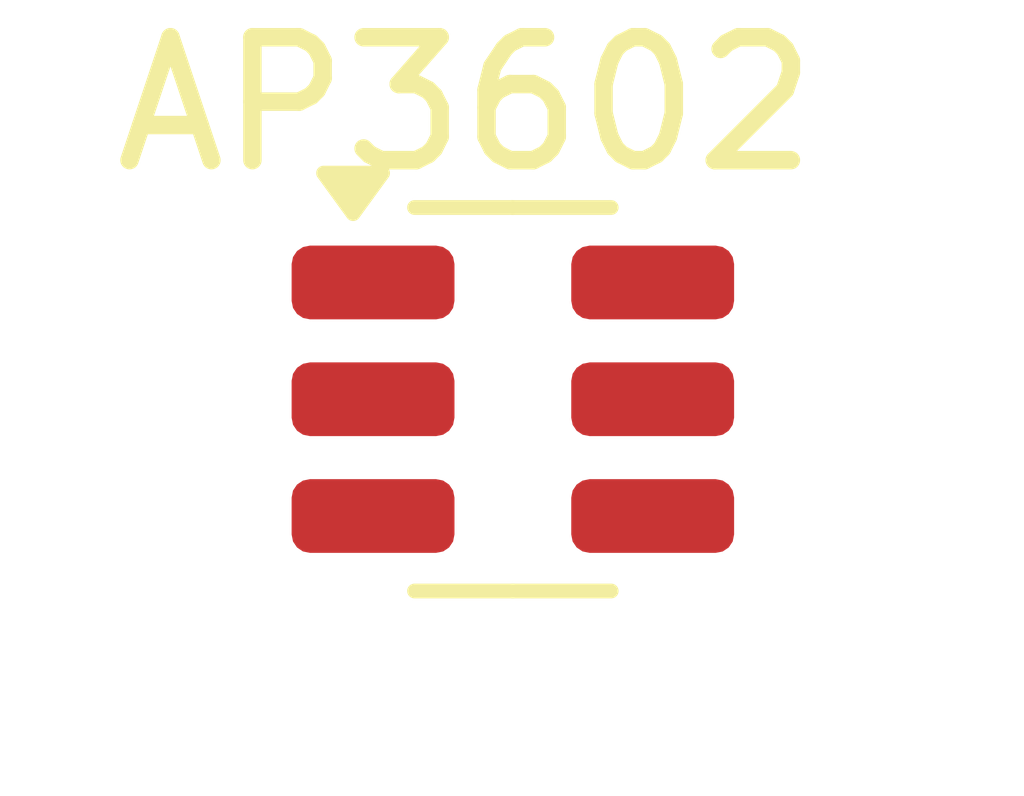
<source format=kicad_pcb>
(kicad_pcb (version 20240108) (generator "pcbnew") (generator_version "8.0")
  (layers (0 "F.Cu" signal) (31 "B.Cu" signal) (34 "B.Paste" user) (35 "F.Paste" user) (36 "B.SilkS" user "B.Silkscreen") (37 "F.SilkS" user "F.Silkscreen") (38 "B.Mask" user) (39 "F.Mask" user) (44 "Edge.Cuts" user))
  (net 0 "")
  (footprint "Package_TO_SOT_SMD:SOT-23-6" (layer "F.Cu") (at 134.62 96.52)
    (property "Reference" "AP3602 " (at 0 -2.4 0) (layer "F.SilkS"))
    (property "Value" "SOT-23-6")
    (fp_line (start 0 -1.56) (end -0.8 -1.56) (stroke (width 0.12)) (layer "F.SilkS"))
    (fp_line (start 0 -1.56) (end 0.8 -1.56) (stroke (width 0.12)) (layer "F.SilkS"))
    (fp_line (start 0 1.56) (end -0.8 1.56) (stroke (width 0.12)) (layer "F.SilkS"))
    (fp_line (start 0 1.56) (end 0.8 1.56) (stroke (width 0.12)) (layer "F.SilkS"))
    (fp_poly (pts (xy -1.3 -1.51) (xy -1.54 -1.84) (xy -1.06 -1.84) (xy -1.3 -1.51)) (stroke (width 0.12)) (fill solid) (layer "F.SilkS"))
    (pad "#SHDN" smd roundrect (at -1.1375 0.95) (size 1.325 0.6) (layers "F.Cu" "F.Paste" "F.Mask"))
    (pad "C+" smd roundrect (at 1.1375 -0.95) (size 1.325 0.6) (layers "F.Cu" "F.Paste" "F.Mask"))
    (pad "C-" smd roundrect (at 1.1375 0.95) (size 1.325 0.6) (layers "F.Cu" "F.Paste" "F.Mask"))
    (pad "GND" smd roundrect (at -1.1375 0) (size 1.325 0.6) (layers "F.Cu" "F.Paste" "F.Mask"))
    (pad "VIN" smd roundrect (at 1.1375 0) (size 1.325 0.6) (layers "F.Cu" "F.Paste" "F.Mask"))
    (pad "Vout" smd roundrect (at -1.1375 -0.95) (size 1.325 0.6) (layers "F.Cu" "F.Paste" "F.Mask"))
  )
)
</source>
